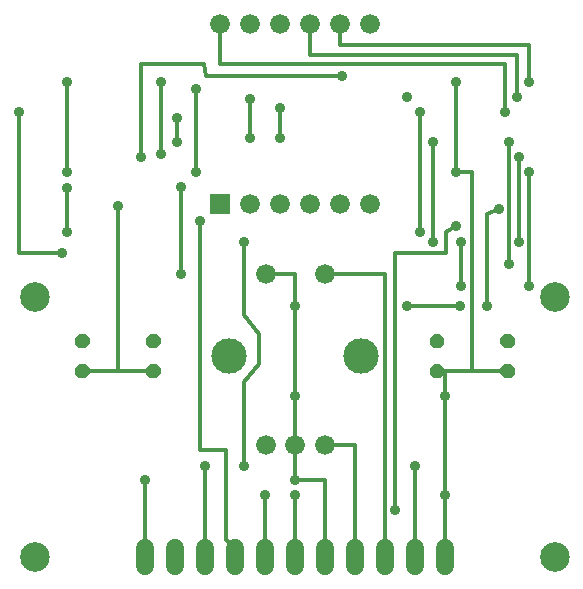
<source format=gtl>
G04 Layer: TopLayer*
G04 EasyEDA v6.3.53, 2020-06-23T07:41:06+03:00*
G04 4e036cd5b3af43a69be22f5d7a7580e5,e8986612fe13436f8f5b72e5f572de6a,10*
G04 Gerber Generator version 0.2*
G04 Scale: 100 percent, Rotated: No, Reflected: No *
G04 Dimensions in inches *
G04 leading zeros omitted , absolute positions ,2 integer and 4 decimal *
%FSLAX24Y24*%
%MOIN*%
G90*
G70D02*

%ADD11C,0.012000*%
%ADD12C,0.035620*%
%ADD13C,0.098610*%
%ADD14C,0.066000*%
%ADD15C,0.118110*%
%ADD16R,0.066000X0.066000*%
%ADD17C,0.060000*%

%LPD*%
G54D11*
G01X10845Y1193D02*
G01X10845Y3750D01*
G01X9842Y3750D01*
G01X9842Y4921D01*
G01X9842Y6561D01*
G01X9842Y9547D01*
G01X9842Y10629D01*
G01X8858Y10629D01*
G01X6053Y13505D02*
G01X6053Y10629D01*
G01X4842Y1181D02*
G01X4842Y3750D01*
G01X16633Y12795D02*
G01X16240Y12598D01*
G01X16240Y9547D01*
G01X15354Y9547D02*
G01X13582Y9547D01*
G01X5118Y7373D02*
G01X3936Y7373D01*
G01X2755Y7373D01*
G01X16929Y7373D02*
G01X15747Y7373D01*
G01X14845Y7373D01*
G01X14566Y7373D01*
G01X9842Y1245D02*
G01X9842Y3250D01*
G01X14845Y1193D02*
G01X14845Y3250D01*
G01X14845Y6561D01*
G01X14845Y7373D01*
G01X15196Y17005D02*
G01X15196Y14005D01*
G01X15747Y14005D01*
G01X15747Y7373D01*
G01X2244Y17005D02*
G01X2244Y14005D01*
G01X3936Y12893D02*
G01X3936Y7373D01*
G01X6683Y12382D02*
G01X6683Y4750D01*
G01X7531Y4750D01*
G01X7531Y1750D01*
G01X7842Y1500D01*
G01X7842Y1181D01*
G01X14425Y15005D02*
G01X14425Y11686D01*
G01X8156Y4205D02*
G01X8156Y7000D01*
G01X8656Y7625D01*
G01X8656Y8625D01*
G01X8156Y9250D01*
G01X8156Y11686D01*
G01X6842Y4205D02*
G01X6842Y1181D01*
G01X5361Y14597D02*
G01X5361Y17005D01*
G01X8342Y16456D02*
G01X8342Y15157D01*
G01X9350Y15157D02*
G01X9350Y16141D01*
G01X5905Y15005D02*
G01X5905Y15826D01*
G01X4724Y14505D02*
G01X4724Y17618D01*
G01X6791Y17618D01*
G01X6889Y17224D01*
G01X11417Y17224D01*
G01X6550Y16771D02*
G01X6550Y14005D01*
G01X14023Y16005D02*
G01X14023Y12003D01*
G01X2244Y13484D02*
G01X2244Y12003D01*
G01X17637Y17005D02*
G01X17637Y18244D01*
G01X11342Y18244D01*
G01X11342Y18944D01*
G01X17236Y16505D02*
G01X17236Y17913D01*
G01X10342Y17913D01*
G01X10342Y18944D01*
G01X16830Y16005D02*
G01X16830Y17598D01*
G01X7342Y17598D01*
G01X7342Y18944D01*
G01X8842Y3250D02*
G01X8842Y1181D01*
G01X2066Y11311D02*
G01X649Y11311D01*
G01X649Y16005D01*
G01X16988Y10936D02*
G01X16988Y15005D01*
G01X15379Y10216D02*
G01X15379Y11690D01*
G01X17320Y11690D02*
G01X17320Y14505D01*
G01X15196Y12204D02*
G01X14862Y12007D01*
G01X14862Y11318D01*
G01X13188Y11318D01*
G01X13188Y2750D01*
G01X11829Y1443D02*
G01X11826Y4921D01*
G01X10826Y4921D01*
G01X17637Y10216D02*
G01X17637Y14005D01*
G01X10826Y10629D02*
G01X12845Y10629D01*
G01X12845Y1193D01*
G01X13842Y4205D02*
G01X13845Y3497D01*
G01X13845Y1193D01*
G54D14*
G01X8858Y4921D03*
G01X9842Y4921D03*
G01X10826Y4921D03*
G01X10826Y10629D03*
G01X8858Y10629D03*
G54D15*
G01X7637Y7873D03*
G01X12047Y7873D03*
G54D16*
G01X7342Y12944D03*
G54D14*
G01X8342Y12944D03*
G01X9342Y12944D03*
G01X10342Y12944D03*
G01X11342Y12944D03*
G01X12342Y12944D03*
G01X12342Y18944D03*
G01X11342Y18944D03*
G01X10342Y18944D03*
G01X9342Y18944D03*
G01X8342Y18944D03*
G01X7342Y18944D03*
G36*
G01X5018Y7614D02*
G01X4877Y7473D01*
G01X4877Y7274D01*
G01X5018Y7133D01*
G01X5217Y7133D01*
G01X5358Y7274D01*
G01X5358Y7473D01*
G01X5217Y7614D01*
G01X5018Y7614D01*
G37*
G36*
G01X5018Y8614D02*
G01X4877Y8473D01*
G01X4877Y8274D01*
G01X5018Y8133D01*
G01X5217Y8133D01*
G01X5358Y8274D01*
G01X5358Y8473D01*
G01X5217Y8614D01*
G01X5018Y8614D01*
G37*
G36*
G01X2656Y7614D02*
G01X2515Y7473D01*
G01X2515Y7274D01*
G01X2656Y7133D01*
G01X2855Y7133D01*
G01X2996Y7274D01*
G01X2996Y7473D01*
G01X2855Y7614D01*
G01X2656Y7614D01*
G37*
G36*
G01X2656Y8614D02*
G01X2515Y8473D01*
G01X2515Y8274D01*
G01X2656Y8133D01*
G01X2855Y8133D01*
G01X2996Y8274D01*
G01X2996Y8473D01*
G01X2855Y8614D01*
G01X2656Y8614D01*
G37*
G36*
G01X14467Y7614D02*
G01X14326Y7473D01*
G01X14326Y7274D01*
G01X14467Y7133D01*
G01X14666Y7133D01*
G01X14807Y7274D01*
G01X14807Y7473D01*
G01X14666Y7614D01*
G01X14467Y7614D01*
G37*
G36*
G01X14467Y8614D02*
G01X14326Y8473D01*
G01X14326Y8274D01*
G01X14467Y8133D01*
G01X14666Y8133D01*
G01X14807Y8274D01*
G01X14807Y8473D01*
G01X14666Y8614D01*
G01X14467Y8614D01*
G37*
G36*
G01X16829Y7614D02*
G01X16688Y7473D01*
G01X16688Y7274D01*
G01X16829Y7133D01*
G01X17028Y7133D01*
G01X17169Y7274D01*
G01X17169Y7473D01*
G01X17028Y7614D01*
G01X16829Y7614D01*
G37*
G36*
G01X16829Y8614D02*
G01X16688Y8473D01*
G01X16688Y8274D01*
G01X16829Y8133D01*
G01X17028Y8133D01*
G01X17169Y8274D01*
G01X17169Y8473D01*
G01X17028Y8614D01*
G01X16829Y8614D01*
G37*
G54D12*
G01X9842Y6561D03*
G01X6053Y13505D03*
G01X6053Y10629D03*
G01X4842Y3750D03*
G01X9842Y3750D03*
G01X16633Y12795D03*
G01X16240Y9547D03*
G01X15354Y9547D03*
G01X13582Y9547D03*
G01X9842Y9547D03*
G01X15196Y17005D03*
G01X15196Y14005D03*
G01X9842Y3250D03*
G01X14845Y3250D03*
G01X2244Y17005D03*
G01X2244Y14005D03*
G01X3936Y12893D03*
G01X14845Y6561D03*
G01X6683Y12382D03*
G01X14425Y15005D03*
G01X14425Y11686D03*
G01X8156Y11686D03*
G01X6842Y4205D03*
G01X8156Y4205D03*
G01X5361Y14597D03*
G01X5361Y17005D03*
G01X8342Y16456D03*
G01X8342Y15157D03*
G01X9350Y15157D03*
G01X9350Y16141D03*
G01X5905Y15005D03*
G01X5905Y15826D03*
G01X4724Y14505D03*
G01X11417Y17224D03*
G01X6550Y16771D03*
G01X6550Y14005D03*
G01X14023Y16005D03*
G01X14023Y12003D03*
G01X2244Y13484D03*
G01X2244Y12003D03*
G01X13582Y16505D03*
G01X17637Y17005D03*
G01X17236Y16505D03*
G01X16830Y16005D03*
G01X649Y16005D03*
G01X8842Y3250D03*
G01X2066Y11311D03*
G01X16988Y10936D03*
G01X16988Y15005D03*
G01X15379Y10216D03*
G01X15379Y11690D03*
G01X17320Y11690D03*
G01X17320Y14505D03*
G01X15196Y12204D03*
G01X13188Y2750D03*
G01X17637Y10216D03*
G01X17637Y14005D03*
G01X13842Y4205D03*
G54D13*
G01X1181Y1181D03*
G01X18503Y1181D03*
G01X1181Y9842D03*
G01X18503Y9842D03*
G54D17*
G01X9842Y881D02*
G01X9842Y1481D01*
G01X8842Y881D02*
G01X8842Y1481D01*
G01X7842Y881D02*
G01X7842Y1481D01*
G01X6842Y881D02*
G01X6842Y1481D01*
G01X5842Y881D02*
G01X5842Y1481D01*
G01X4842Y881D02*
G01X4842Y1481D01*
G01X14845Y893D02*
G01X14845Y1493D01*
G01X13845Y893D02*
G01X13845Y1493D01*
G01X12845Y893D02*
G01X12845Y1493D01*
G01X11845Y893D02*
G01X11845Y1493D01*
G01X10845Y893D02*
G01X10845Y1493D01*
M00*
M02*

</source>
